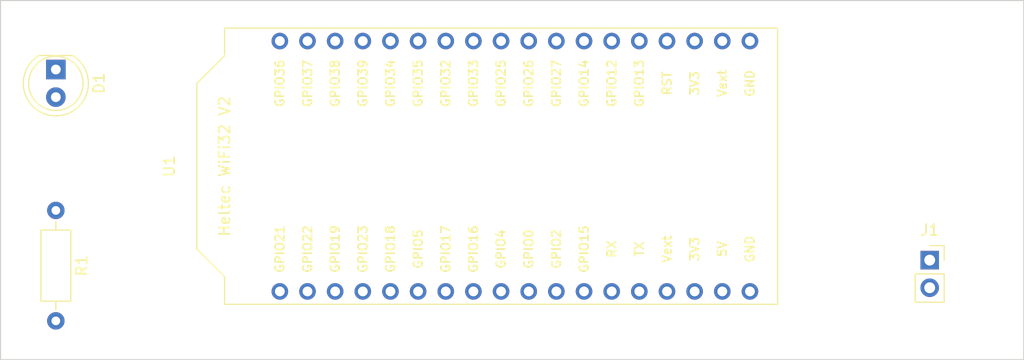
<source format=kicad_pcb>
(kicad_pcb (version 20211014) (generator pcbnew)
  (layers (0 "F.Cu" signal) (31 "B.Cu" signal) (34 "B.Paste" user) (35 "F.Paste" user) (36 "B.SilkS" user "B.Silkscreen") (37 "F.SilkS" user "F.Silkscreen") (38 "B.Mask" user) (39 "F.Mask" user) (44 "Edge.Cuts" user))
  (net 0 "")
  (net 1 "Net-(U1-Pad2)")
  (net 2 "Net-(R1-Pad1)")
  (net 3 "GND")
  (net 4 "Net-(U1-Pad35)")
  (net 5 "Net-(U1-Pad20)")
  (footprint "Connector_PinSocket_2.54mm:PinSocket_1x02_P2.54mm_Vertical" (layer "F.Cu") (at 245.364 115.316)
    (fp_text reference "J1" (at 0 -2.77) (layer "F.SilkS"))
    (fp_text value "Spannungsquelle 5V")
    (fp_line (start 1.33 1.27) (end 1.33 3.87) (layer "F.SilkS") (width 0.12))
    (fp_line (start 1.33 -1.33) (end 1.33 0) (layer "F.SilkS") (width 0.12))
    (fp_line (start -1.33 1.27) (end 1.33 1.27) (layer "F.SilkS") (width 0.12))
    (fp_line (start -1.33 1.27) (end -1.33 3.87) (layer "F.SilkS") (width 0.12))
    (fp_line (start -1.33 3.87) (end 1.33 3.87) (layer "F.SilkS") (width 0.12))
    (fp_line (start 0 -1.33) (end 1.33 -1.33) (layer "F.SilkS") (width 0.12))
    (pad "1" thru_hole rect (at 0 0) (size 1.7 1.7) (drill 1) (layers *.Cu *.Mask) (net 3 "GND"))
    (pad "2" thru_hole oval (at 0 2.54) (size 1.7 1.7) (drill 1) (layers *.Cu *.Mask) (net 4 "Net-(U1-Pad35)"))
  )
  (footprint "LED_THT:LED_D5.0mm" (layer "F.Cu") (at 165.1 97.785 -90)
    (fp_text reference "D1" (at 1.27 -3.96 90) (layer "F.SilkS"))
    (fp_text value "LED")
    (fp_line (start -1.29 -1.545) (end -1.29 1.545) (layer "F.SilkS") (width 0.12))
    (fp_arc (start -1.29 -1.54483) (mid 2.072002 -2.880433) (end 4.26 0.000462) (layer "F.SilkS") (width 0.12))
    (fp_arc (start 4.26 -0.000462) (mid 2.072002 2.880433) (end -1.29 1.54483) (layer "F.SilkS") (width 0.12))
    (fp_circle (center 1.27 0) (end 3.77 0) (layer "F.SilkS") (width 0.12) (fill none))
    (pad "1" thru_hole rect (at 0 0 270) (size 1.8 1.8) (drill 0.9) (layers *.Cu *.Mask) (net 1 "Net-(U1-Pad2)"))
    (pad "2" thru_hole circle (at 2.54 0 270) (size 1.8 1.8) (drill 0.9) (layers *.Cu *.Mask) (net 2 "Net-(R1-Pad1)"))
  )
  (footprint "Resistor_THT:R_Axial_DIN0207_L6.3mm_D2.5mm_P10.16mm_Horizontal" (layer "F.Cu") (at 165.1 110.744 -90)
    (fp_text reference "R1" (at 5.08 -2.37 90) (layer "F.SilkS"))
    (fp_text value "330")
    (fp_line (start 1.81 -1.37) (end 1.81 1.37) (layer "F.SilkS") (width 0.12))
    (fp_line (start 8.35 -1.37) (end 1.81 -1.37) (layer "F.SilkS") (width 0.12))
    (fp_line (start 1.04 0) (end 1.81 0) (layer "F.SilkS") (width 0.12))
    (fp_line (start 8.35 1.37) (end 8.35 -1.37) (layer "F.SilkS") (width 0.12))
    (fp_line (start 9.12 0) (end 8.35 0) (layer "F.SilkS") (width 0.12))
    (fp_line (start 1.81 1.37) (end 8.35 1.37) (layer "F.SilkS") (width 0.12))
    (pad "1" thru_hole circle (at 0 0 270) (size 1.6 1.6) (drill 0.8) (layers *.Cu *.Mask) (net 2 "Net-(R1-Pad1)"))
    (pad "2" thru_hole oval (at 10.16 0 270) (size 1.6 1.6) (drill 0.8) (layers *.Cu *.Mask) (net 5 "Net-(U1-Pad20)"))
  )
  (footprint "HeltecLibs:HeltecWifi32" (layer "F.Cu") (at 203.454 106.68 -90)
    (fp_text reference "U1" (at 0 27.94 90) (layer "F.SilkS"))
    (fp_text value "Heltec_WiFi32_V2")
    (fp_text user "GPIO5" (at 7.62 5.08 90) (layer "F.SilkS") (effects (font (size 0.8 0.8))))
    (fp_text user "GPIO0" (at 7.62 -5.08 90) (layer "F.SilkS") (effects (font (size 0.8 0.8))))
    (fp_text user "GPIO14" (at -7.62 -10.16 90) (layer "F.SilkS") (effects (font (size 0.8 0.8))))
    (fp_text user "Vext" (at -7.62 -22.86 90) (layer "F.SilkS") (effects (font (size 0.8 0.8))))
    (fp_text user "GPIO4" (at 7.62 -2.54 90) (layer "F.SilkS") (effects (font (size 0.8 0.8))))
    (fp_text user "GPIO18" (at 7.62 7.62 90) (layer "F.SilkS") (effects (font (size 0.8 0.8))))
    (fp_text user "GPIO16" (at 7.62 0 90) (layer "F.SilkS") (effects (font (size 0.8 0.8))))
    (fp_text user "GPIO25" (at -7.62 -2.54 90) (layer "F.SilkS") (effects (font (size 0.8 0.8))))
    (fp_text user "3V3" (at -7.62 -20.32 90) (layer "F.SilkS") (effects (font (size 0.8 0.8))))
    (fp_text user "TX" (at 7.62 -15.24 90) (layer "F.SilkS") (effects (font (size 0.8 0.8))))
    (fp_text user "5V" (at 7.62 -22.86 90) (layer "F.SilkS") (effects (font (size 0.8 0.8))))
    (fp_text user "GPIO21" (at 7.62 17.78 90) (layer "F.SilkS") (effects (font (size 0.8 0.8))))
    (fp_text user "GPIO17" (at 7.62 2.54 90) (layer "F.SilkS") (effects (font (size 0.8 0.8))))
    (fp_text user "RX" (at 7.62 -12.7 90) (layer "F.SilkS") (effects (font (size 0.8 0.8))))
    (fp_text user "GPIO22" (at 7.62 15.24 90) (layer "F.SilkS") (effects (font (size 0.8 0.8))))
    (fp_text user "GPIO12" (at -7.62 -12.7 90) (layer "F.SilkS") (effects (font (size 0.8 0.8))))
    (fp_text user "GPIO35" (at -7.62 5.08 90) (layer "F.SilkS") (effects (font (size 0.8 0.8))))
    (fp_text user "GPIO38" (at -7.62 12.7 90) (layer "F.SilkS") (effects (font (size 0.8 0.8))))
    (fp_text user "GPIO15" (at 7.62 -10.16 90) (layer "F.SilkS") (effects (font (size 0.8 0.8))))
    (fp_text user "GPIO39" (at -7.62 10.16 90) (layer "F.SilkS") (effects (font (size 0.8 0.8))))
    (fp_text user "Vext" (at 7.62 -17.78 90) (layer "F.SilkS") (effects (font (size 0.8 0.8))))
    (fp_text user "Heltec WiFi32 V2" (at 0 22.86 90) (layer "F.SilkS"))
    (fp_text user "GPIO37" (at -7.62 15.24 90) (layer "F.SilkS") (effects (font (size 0.8 0.8))))
    (fp_text user "GPIO19" (at 7.62 12.7 90) (layer "F.SilkS") (effects (font (size 0.8 0.8))))
    (fp_text user "GPIO36" (at -7.62 17.78 90) (layer "F.SilkS") (effects (font (size 0.8 0.8))))
    (fp_text user "GPIO2" (at 7.62 -7.62 90) (layer "F.SilkS") (effects (font (size 0.8 0.8))))
    (fp_text user "GPIO34" (at -7.62 7.62 90) (layer "F.SilkS") (effects (font (size 0.8 0.8))))
    (fp_text user "GPIO26" (at -7.62 -5.08 90) (layer "F.SilkS") (effects (font (size 0.8 0.8))))
    (fp_text user "GPIO27" (at -7.62 -7.62 90) (layer "F.SilkS") (effects (font (size 0.8 0.8))))
    (fp_text user "3V3" (at 7.62 -20.32 90) (layer "F.SilkS") (effects (font (size 0.8 0.8))))
    (fp_text user "GND" (at -7.62 -25.4 90) (layer "F.SilkS") (effects (font (size 0.8 0.8))))
    (fp_text user "GPIO23" (at 7.62 10.16 90) (layer "F.SilkS") (effects (font (size 0.8 0.8))))
    (fp_text user "GPIO33" (at -7.62 0 90) (layer "F.SilkS") (effects (font (size 0.8 0.8))))
    (fp_text user "RST" (at -7.62 -17.78 90) (layer "F.SilkS") (effects (font (size 0.8 0.8))))
    (fp_text user "GPIO13" (at -7.62 -15.24 90) (layer "F.SilkS") (effects (font (size 0.8 0.8))))
    (fp_text user "GND" (at 7.62 -25.4 90) (layer "F.SilkS") (effects (font (size 0.8 0.8))))
    (fp_text user "GPIO32" (at -7.62 2.54 90) (layer "F.SilkS") (effects (font (size 0.8 0.8))))
    (fp_line (start -7.62 25.4) (end 7.62 25.4) (layer "F.SilkS") (width 0.12))
    (fp_line (start -12.7 22.86) (end -10.16 22.86) (layer "F.SilkS") (width 0.12))
    (fp_line (start -12.7 17.78) (end -12.7 22.86) (layer "F.SilkS") (width 0.12))
    (fp_line (start 10.16 22.86) (end 12.7 22.86) (layer "F.SilkS") (width 0.12))
    (fp_line (start 12.7 17.78) (end 12.7 -27.94) (layer "F.SilkS") (width 0.12))
    (fp_line (start 12.7 22.86) (end 12.7 17.78) (layer "F.SilkS") (width 0.12))
    (fp_line (start -12.7 -27.94) (end -12.7 17.78) (layer "F.SilkS") (width 0.12))
    (fp_line (start 7.62 25.4) (end 10.16 22.86) (layer "F.SilkS") (width 0.12))
    (fp_line (start -10.16 22.86) (end -7.62 25.4) (layer "F.SilkS") (width 0.12))
    (fp_line (start -12.7 -27.94) (end 12.7 -27.94) (layer "F.SilkS") (width 0.12))
    (pad "1" thru_hole circle (at -11.515 -25.4 270) (size 1.524 1.524) (drill 0.9) (layers *.Cu *.Mask) (net 3 "GND"))
    (pad "2" thru_hole circle (at -11.515 -22.86 270) (size 1.524 1.524) (drill 0.9) (layers *.Cu *.Mask) (net 1 "Net-(U1-Pad2)"))
    (pad "3" thru_hole circle (at -11.515 -20.32 270) (size 1.524 1.524) (drill 0.9) (layers *.Cu *.Mask))
    (pad "4" thru_hole circle (at -11.515 -17.78 270) (size 1.524 1.524) (drill 0.9) (layers *.Cu *.Mask))
    (pad "5" thru_hole circle (at -11.515 -15.24 270) (size 1.524 1.524) (drill 0.9) (layers *.Cu *.Mask))
    (pad "6" thru_hole circle (at -11.515 -12.7 270) (size 1.524 1.524) (drill 0.9) (layers *.Cu *.Mask))
    (pad "7" thru_hole circle (at -11.515 -10.16 270) (size 1.524 1.524) (drill 0.9) (layers *.Cu *.Mask))
    (pad "8" thru_hole circle (at -11.515 -7.62 270) (size 1.524 1.524) (drill 0.9) (layers *.Cu *.Mask))
    (pad "9" thru_hole circle (at -11.515 -5.08 270) (size 1.524 1.524) (drill 0.9) (layers *.Cu *.Mask))
    (pad "10" thru_hole circle (at -11.515 -2.54 270) (size 1.524 1.524) (drill 0.9) (layers *.Cu *.Mask))
    (pad "11" thru_hole circle (at -11.515 0 270) (size 1.524 1.524) (drill 0.9) (layers *.Cu *.Mask))
    (pad "12" thru_hole circle (at -11.515 2.54 270) (size 1.524 1.524) (drill 0.9) (layers *.Cu *.Mask))
    (pad "13" thru_hole circle (at -11.515 5.08 270) (size 1.524 1.524) (drill 0.9) (layers *.Cu *.Mask))
    (pad "14" thru_hole circle (at -11.515 7.62 270) (size 1.524 1.524) (drill 0.9) (layers *.Cu *.Mask))
    (pad "15" thru_hole circle (at -11.515 10.16 270) (size 1.524 1.524) (drill 0.9) (layers *.Cu *.Mask))
    (pad "16" thru_hole circle (at -11.515 12.7 270) (size 1.524 1.524) (drill 0.9) (layers *.Cu *.Mask))
    (pad "17" thru_hole circle (at -11.515 15.24 270) (size 1.524 1.524) (drill 0.9) (layers *.Cu *.Mask))
    (pad "18" thru_hole circle (at -11.515 17.78 270) (size 1.524 1.524) (drill 0.9) (layers *.Cu *.Mask))
    (pad "19" thru_hole circle (at 11.515 17.78 270) (size 1.524 1.524) (drill 0.9) (layers *.Cu *.Mask))
    (pad "20" thru_hole circle (at 11.515 15.24 270) (size 1.524 1.524) (drill 0.9) (layers *.Cu *.Mask) (net 5 "Net-(U1-Pad20)"))
    (pad "21" thru_hole circle (at 11.515 12.7 270) (size 1.524 1.524) (drill 0.9) (layers *.Cu *.Mask))
    (pad "22" thru_hole circle (at 11.515 10.16 270) (size 1.524 1.524) (drill 0.9) (layers *.Cu *.Mask))
    (pad "23" thru_hole circle (at 11.515 7.62 270) (size 1.524 1.524) (drill 0.9) (layers *.Cu *.Mask))
    (pad "24" thru_hole circle (at 11.515 5.08 270) (size 1.524 1.524) (drill 0.9) (layers *.Cu *.Mask))
    (pad "25" thru_hole circle (at 11.515 2.54 270) (size 1.524 1.524) (drill 0.9) (layers *.Cu *.Mask))
    (pad "26" thru_hole circle (at 11.515 0 270) (size 1.524 1.524) (drill 0.9) (layers *.Cu *.Mask))
    (pad "27" thru_hole circle (at 11.515 -2.54 270) (size 1.524 1.524) (drill 0.9) (layers *.Cu *.Mask))
    (pad "28" thru_hole circle (at 11.515 -5.08 270) (size 1.524 1.524) (drill 0.9) (layers *.Cu *.Mask))
    (pad "29" thru_hole circle (at 11.515 -7.62 270) (size 1.524 1.524) (drill 0.9) (layers *.Cu *.Mask))
    (pad "30" thru_hole circle (at 11.515 -10.16 270) (size 1.524 1.524) (drill 0.9) (layers *.Cu *.Mask))
    (pad "31" thru_hole circle (at 11.515 -12.7 270) (size 1.524 1.524) (drill 0.9) (layers *.Cu *.Mask))
    (pad "32" thru_hole circle (at 11.515 -15.24 270) (size 1.524 1.524) (drill 0.9) (layers *.Cu *.Mask))
    (pad "33" thru_hole circle (at 11.515 -17.78 270) (size 1.524 1.524) (drill 0.9) (layers *.Cu *.Mask))
    (pad "34" thru_hole circle (at 11.515 -20.32 270) (size 1.524 1.524) (drill 0.9) (layers *.Cu *.Mask))
    (pad "35" thru_hole circle (at 11.515 -22.86 270) (size 1.524 1.524) (drill 0.9) (layers *.Cu *.Mask) (net 4 "Net-(U1-Pad35)"))
    (pad "36" thru_hole circle (at 11.515 -25.4 270) (size 1.524 1.524) (drill 0.9) (layers *.Cu *.Mask) (net 3 "GND"))
  )
  (gr_line (start 160.02 91.44) (end 160.02 124.46) (layer "Edge.Cuts") (width 0.1))
  (gr_line (start 254 124.46) (end 254 91.44) (layer "Edge.Cuts") (width 0.1))
  (gr_line (start 160.02 124.46) (end 254 124.46) (layer "Edge.Cuts") (width 0.1))
  (gr_line (start 254 91.44) (end 160.02 91.44) (layer "Edge.Cuts") (width 0.1))
)
</source>
